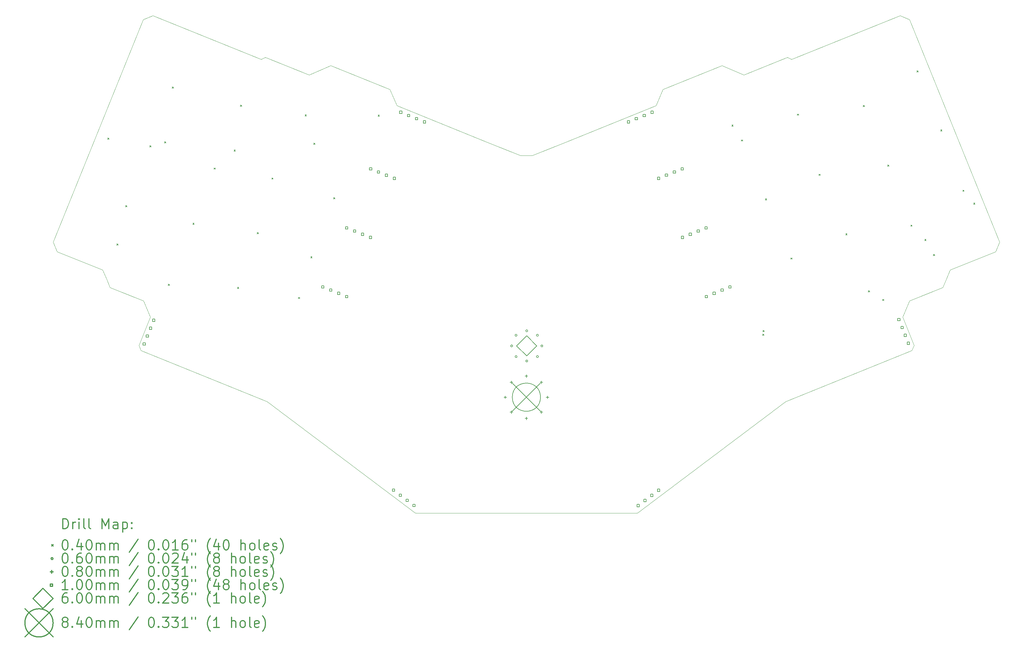
<source format=gbr>
%FSLAX45Y45*%
G04 Gerber Fmt 4.5, Leading zero omitted, Abs format (unit mm)*
G04 Created by KiCad (PCBNEW (5.1.4)-1) date 2023-10-04 20:40:30*
%MOMM*%
%LPD*%
G04 APERTURE LIST*
%ADD10C,0.050000*%
%ADD11C,0.200000*%
%ADD12C,0.300000*%
G04 APERTURE END LIST*
D10*
X-28214691Y-39220855D02*
X-26453042Y-38509102D01*
X-19653989Y-44606091D02*
X-19775556Y-44892485D01*
X-24504089Y-38260941D02*
X-24373910Y-38316199D01*
X-21147311Y-37012568D02*
X-24373910Y-38316199D01*
X-26453042Y-38509102D02*
X-25802147Y-38785391D01*
X-31110000Y-40790000D02*
X-32109337Y-41193451D01*
X-21147311Y-37012568D02*
X-20860917Y-37134135D01*
X-19775556Y-44892485D02*
X-19875020Y-45126807D01*
X-28419145Y-39702517D02*
X-31110000Y-40790000D01*
X-18300300Y-44059165D02*
X-19653989Y-44606091D01*
X-18178733Y-43772772D02*
X-20860917Y-37134135D01*
X-25802147Y-38785391D02*
X-24504089Y-38260941D01*
X-18178733Y-43772772D02*
X-18300300Y-44059165D01*
X-28214691Y-39220855D02*
X-28419145Y-39702517D01*
X-36141528Y-39702517D02*
X-33450673Y-40790000D01*
X-33450673Y-40790000D02*
X-32451337Y-41193451D01*
X-32109337Y-41193451D02*
X-32451337Y-41193451D01*
X-36345982Y-39220855D02*
X-38107631Y-38509102D01*
X-43763696Y-47009251D02*
X-40008601Y-48526408D01*
X-44906684Y-44606091D02*
X-44785117Y-44892485D01*
X-40056584Y-38260941D02*
X-40186763Y-38316199D01*
X-43413363Y-37012568D02*
X-40186763Y-38316199D01*
X-43413363Y-37012568D02*
X-43699757Y-37134135D01*
X-36345982Y-39220855D02*
X-36141528Y-39702517D01*
X-43693567Y-45527636D02*
X-43489113Y-46009299D01*
X-38107631Y-38509102D02*
X-38758527Y-38785391D01*
X-44785117Y-44892485D02*
X-44685654Y-45126807D01*
X-43489113Y-46009299D02*
X-43830005Y-46853036D01*
X-44685654Y-45126807D02*
X-43693567Y-45527636D01*
X-46381940Y-43772772D02*
X-46260373Y-44059165D01*
X-46260373Y-44059165D02*
X-44906684Y-44606091D01*
X-46381940Y-43772772D02*
X-43699757Y-37134135D01*
X-43830005Y-46853036D02*
X-43763696Y-47009251D01*
X-38758527Y-38785391D02*
X-40056584Y-38260941D01*
X-40008601Y-48526408D02*
X-35583855Y-51856426D01*
X-20730668Y-46853036D02*
X-20796977Y-47009251D01*
X-20796977Y-47009251D02*
X-24552072Y-48526408D01*
X-24552072Y-48526408D02*
X-28976818Y-51856426D01*
X-21071560Y-46009299D02*
X-20730668Y-46853036D01*
X-20867106Y-45527636D02*
X-21071560Y-46009299D01*
X-19875020Y-45126807D02*
X-20867106Y-45527636D01*
X-35583855Y-51856426D02*
X-28976818Y-51856426D01*
D11*
X-44754499Y-40665501D02*
X-44714499Y-40705501D01*
X-44714499Y-40665501D02*
X-44754499Y-40705501D01*
X-44485258Y-43824742D02*
X-44445258Y-43864742D01*
X-44445258Y-43824742D02*
X-44485258Y-43864742D01*
X-44220000Y-42680000D02*
X-44180000Y-42720000D01*
X-44180000Y-42680000D02*
X-44220000Y-42720000D01*
X-43500000Y-40895000D02*
X-43460000Y-40935000D01*
X-43460000Y-40895000D02*
X-43500000Y-40935000D01*
X-43060000Y-40775000D02*
X-43020000Y-40815000D01*
X-43020000Y-40775000D02*
X-43060000Y-40815000D01*
X-42950000Y-45025000D02*
X-42910000Y-45065000D01*
X-42910000Y-45025000D02*
X-42950000Y-45065000D01*
X-42835000Y-39145000D02*
X-42795000Y-39185000D01*
X-42795000Y-39145000D02*
X-42835000Y-39185000D01*
X-42220000Y-43204019D02*
X-42180000Y-43244019D01*
X-42180000Y-43204019D02*
X-42220000Y-43244019D01*
X-41590000Y-41560000D02*
X-41550000Y-41600000D01*
X-41550000Y-41560000D02*
X-41590000Y-41600000D01*
X-40992500Y-41022500D02*
X-40952500Y-41062500D01*
X-40952500Y-41022500D02*
X-40992500Y-41062500D01*
X-40891338Y-45122367D02*
X-40851338Y-45162367D01*
X-40851338Y-45122367D02*
X-40891338Y-45162367D01*
X-40800000Y-39685000D02*
X-40760000Y-39725000D01*
X-40760000Y-39685000D02*
X-40800000Y-39725000D01*
X-40302500Y-43487500D02*
X-40262500Y-43527500D01*
X-40262500Y-43487500D02*
X-40302500Y-43527500D01*
X-39866011Y-41856011D02*
X-39826011Y-41896011D01*
X-39826011Y-41856011D02*
X-39866011Y-41896011D01*
X-39075000Y-45420000D02*
X-39035000Y-45460000D01*
X-39035000Y-45420000D02*
X-39075000Y-45460000D01*
X-38875000Y-39970000D02*
X-38835000Y-40010000D01*
X-38835000Y-39970000D02*
X-38875000Y-40010000D01*
X-38706886Y-44206886D02*
X-38666886Y-44246886D01*
X-38666886Y-44206886D02*
X-38706886Y-44246886D01*
X-38620000Y-40820000D02*
X-38580000Y-40860000D01*
X-38580000Y-40820000D02*
X-38620000Y-40860000D01*
X-38026886Y-42446886D02*
X-37986886Y-42486886D01*
X-37986886Y-42446886D02*
X-38026886Y-42486886D01*
X-36700195Y-39978647D02*
X-36660195Y-40018647D01*
X-36660195Y-39978647D02*
X-36700195Y-40018647D01*
X-26160000Y-40275000D02*
X-26120000Y-40315000D01*
X-26120000Y-40275000D02*
X-26160000Y-40315000D01*
X-25875000Y-40720000D02*
X-25835000Y-40760000D01*
X-25835000Y-40720000D02*
X-25875000Y-40760000D01*
X-25240000Y-46515000D02*
X-25200000Y-46555000D01*
X-25200000Y-46515000D02*
X-25240000Y-46555000D01*
X-25230016Y-46405498D02*
X-25190016Y-46445498D01*
X-25190016Y-46405498D02*
X-25230016Y-46445498D01*
X-25160000Y-42475000D02*
X-25120000Y-42515000D01*
X-25120000Y-42475000D02*
X-25160000Y-42515000D01*
X-24405000Y-44242700D02*
X-24365000Y-44282700D01*
X-24365000Y-44242700D02*
X-24405000Y-44282700D01*
X-24210000Y-39950000D02*
X-24170000Y-39990000D01*
X-24170000Y-39950000D02*
X-24210000Y-39990000D01*
X-23565000Y-41745000D02*
X-23525000Y-41785000D01*
X-23525000Y-41745000D02*
X-23565000Y-41785000D01*
X-22765000Y-43520000D02*
X-22725000Y-43560000D01*
X-22725000Y-43520000D02*
X-22765000Y-43560000D01*
X-22245000Y-39695000D02*
X-22205000Y-39735000D01*
X-22205000Y-39695000D02*
X-22245000Y-39735000D01*
X-22092039Y-45222421D02*
X-22052039Y-45262421D01*
X-22052039Y-45222421D02*
X-22092039Y-45262421D01*
X-21670000Y-45480000D02*
X-21630000Y-45520000D01*
X-21630000Y-45480000D02*
X-21670000Y-45520000D01*
X-21515000Y-41470000D02*
X-21475000Y-41510000D01*
X-21475000Y-41470000D02*
X-21515000Y-41510000D01*
X-20825000Y-43260000D02*
X-20785000Y-43300000D01*
X-20785000Y-43260000D02*
X-20825000Y-43300000D01*
X-20645000Y-38660000D02*
X-20605000Y-38700000D01*
X-20605000Y-38660000D02*
X-20645000Y-38700000D01*
X-20410000Y-43690000D02*
X-20370000Y-43730000D01*
X-20370000Y-43690000D02*
X-20410000Y-43730000D01*
X-20150000Y-44135000D02*
X-20110000Y-44175000D01*
X-20110000Y-44135000D02*
X-20150000Y-44175000D01*
X-19935000Y-40420000D02*
X-19895000Y-40460000D01*
X-19895000Y-40420000D02*
X-19935000Y-40460000D01*
X-19275000Y-42220000D02*
X-19235000Y-42260000D01*
X-19235000Y-42220000D02*
X-19275000Y-42260000D01*
X-18955000Y-42605000D02*
X-18915000Y-42645000D01*
X-18915000Y-42605000D02*
X-18955000Y-42645000D01*
X-32690000Y-46870000D02*
G75*
G03X-32690000Y-46870000I-30000J0D01*
G01*
X-32558198Y-46551802D02*
G75*
G03X-32558198Y-46551802I-30000J0D01*
G01*
X-32558198Y-47188198D02*
G75*
G03X-32558198Y-47188198I-30000J0D01*
G01*
X-32240000Y-46420000D02*
G75*
G03X-32240000Y-46420000I-30000J0D01*
G01*
X-32240000Y-47320000D02*
G75*
G03X-32240000Y-47320000I-30000J0D01*
G01*
X-31921802Y-46551802D02*
G75*
G03X-31921802Y-46551802I-30000J0D01*
G01*
X-31921802Y-47188198D02*
G75*
G03X-31921802Y-47188198I-30000J0D01*
G01*
X-31790000Y-46870000D02*
G75*
G03X-31790000Y-46870000I-30000J0D01*
G01*
X-32910000Y-48360000D02*
X-32910000Y-48440000D01*
X-32950000Y-48400000D02*
X-32870000Y-48400000D01*
X-32725477Y-47914523D02*
X-32725477Y-47994523D01*
X-32765477Y-47954523D02*
X-32685477Y-47954523D01*
X-32725477Y-48805477D02*
X-32725477Y-48885477D01*
X-32765477Y-48845477D02*
X-32685477Y-48845477D01*
X-32280000Y-47730000D02*
X-32280000Y-47810000D01*
X-32320000Y-47770000D02*
X-32240000Y-47770000D01*
X-32280000Y-48990000D02*
X-32280000Y-49070000D01*
X-32320000Y-49030000D02*
X-32240000Y-49030000D01*
X-31834523Y-47914523D02*
X-31834523Y-47994523D01*
X-31874523Y-47954523D02*
X-31794523Y-47954523D01*
X-31834523Y-48805477D02*
X-31834523Y-48885477D01*
X-31874523Y-48845477D02*
X-31794523Y-48845477D01*
X-31650000Y-48360000D02*
X-31650000Y-48440000D01*
X-31690000Y-48400000D02*
X-31610000Y-48400000D01*
X-35989765Y-39935250D02*
X-35989765Y-39864539D01*
X-36060476Y-39864539D01*
X-36060476Y-39935250D01*
X-35989765Y-39935250D01*
X-35754260Y-40030400D02*
X-35754260Y-39959689D01*
X-35824972Y-39959689D01*
X-35824972Y-40030400D01*
X-35754260Y-40030400D01*
X-35518755Y-40125550D02*
X-35518755Y-40054839D01*
X-35589467Y-40054839D01*
X-35589467Y-40125550D01*
X-35518755Y-40125550D01*
X-35283251Y-40220700D02*
X-35283251Y-40149989D01*
X-35353962Y-40149989D01*
X-35353962Y-40220700D01*
X-35283251Y-40220700D01*
X-27595810Y-43668935D02*
X-27595810Y-43598224D01*
X-27666521Y-43598224D01*
X-27666521Y-43668935D01*
X-27595810Y-43668935D01*
X-27360305Y-43573785D02*
X-27360305Y-43503074D01*
X-27431016Y-43503074D01*
X-27431016Y-43573785D01*
X-27360305Y-43573785D01*
X-27124800Y-43478635D02*
X-27124800Y-43407924D01*
X-27195512Y-43407924D01*
X-27195512Y-43478635D01*
X-27124800Y-43478635D01*
X-26889295Y-43383485D02*
X-26889295Y-43312774D01*
X-26960007Y-43312774D01*
X-26960007Y-43383485D01*
X-26889295Y-43383485D01*
X-43634828Y-46847162D02*
X-43634828Y-46776451D01*
X-43705539Y-46776451D01*
X-43705539Y-46847162D01*
X-43634828Y-46847162D01*
X-43539678Y-46611658D02*
X-43539678Y-46540946D01*
X-43610389Y-46540946D01*
X-43610389Y-46611658D01*
X-43539678Y-46611658D01*
X-43444528Y-46376153D02*
X-43444528Y-46305442D01*
X-43515239Y-46305442D01*
X-43515239Y-46376153D01*
X-43444528Y-46376153D01*
X-43349378Y-46140648D02*
X-43349378Y-46069937D01*
X-43420089Y-46069937D01*
X-43420089Y-46140648D01*
X-43349378Y-46140648D01*
X-36886954Y-41621978D02*
X-36886954Y-41551267D01*
X-36957666Y-41551267D01*
X-36957666Y-41621978D01*
X-36886954Y-41621978D01*
X-36651449Y-41717128D02*
X-36651449Y-41646417D01*
X-36722161Y-41646417D01*
X-36722161Y-41717128D01*
X-36651449Y-41717128D01*
X-36415945Y-41812278D02*
X-36415945Y-41741567D01*
X-36486656Y-41741567D01*
X-36486656Y-41812278D01*
X-36415945Y-41812278D01*
X-36180440Y-41907428D02*
X-36180440Y-41836717D01*
X-36251151Y-41836717D01*
X-36251151Y-41907428D01*
X-36180440Y-41907428D01*
X-28307562Y-41907286D02*
X-28307562Y-41836574D01*
X-28378273Y-41836574D01*
X-28378273Y-41907286D01*
X-28307562Y-41907286D01*
X-28072057Y-41812136D02*
X-28072057Y-41741424D01*
X-28142769Y-41741424D01*
X-28142769Y-41812136D01*
X-28072057Y-41812136D01*
X-27836553Y-41716986D02*
X-27836553Y-41646274D01*
X-27907264Y-41646274D01*
X-27907264Y-41716986D01*
X-27836553Y-41716986D01*
X-27601048Y-41621836D02*
X-27601048Y-41551124D01*
X-27671759Y-41551124D01*
X-27671759Y-41621836D01*
X-27601048Y-41621836D01*
X-37598707Y-43383627D02*
X-37598707Y-43312916D01*
X-37669418Y-43312916D01*
X-37669418Y-43383627D01*
X-37598707Y-43383627D01*
X-37363202Y-43478778D02*
X-37363202Y-43408066D01*
X-37433913Y-43408066D01*
X-37433913Y-43478778D01*
X-37363202Y-43478778D01*
X-37127697Y-43573928D02*
X-37127697Y-43503216D01*
X-37198409Y-43503216D01*
X-37198409Y-43573928D01*
X-37127697Y-43573928D01*
X-36892193Y-43669078D02*
X-36892193Y-43598366D01*
X-36962904Y-43598366D01*
X-36962904Y-43669078D01*
X-36892193Y-43669078D01*
X-28913428Y-51668948D02*
X-28913428Y-51598237D01*
X-28984140Y-51598237D01*
X-28984140Y-51668948D01*
X-28913428Y-51668948D01*
X-28710575Y-51516087D02*
X-28710575Y-51445376D01*
X-28781286Y-51445376D01*
X-28781286Y-51516087D01*
X-28710575Y-51516087D01*
X-28507722Y-51363226D02*
X-28507722Y-51292515D01*
X-28578433Y-51292515D01*
X-28578433Y-51363226D01*
X-28507722Y-51363226D01*
X-28304868Y-51210365D02*
X-28304868Y-51139654D01*
X-28375580Y-51139654D01*
X-28375580Y-51210365D01*
X-28304868Y-51210365D01*
X-29204751Y-40220558D02*
X-29204751Y-40149846D01*
X-29275463Y-40149846D01*
X-29275463Y-40220558D01*
X-29204751Y-40220558D01*
X-28969247Y-40125408D02*
X-28969247Y-40054696D01*
X-29039958Y-40054696D01*
X-29039958Y-40125408D01*
X-28969247Y-40125408D01*
X-28733742Y-40030258D02*
X-28733742Y-39959546D01*
X-28804453Y-39959546D01*
X-28804453Y-40030258D01*
X-28733742Y-40030258D01*
X-28498237Y-39935108D02*
X-28498237Y-39864396D01*
X-28568949Y-39864396D01*
X-28568949Y-39935108D01*
X-28498237Y-39935108D01*
X-21146249Y-46119314D02*
X-21146249Y-46048603D01*
X-21216961Y-46048603D01*
X-21216961Y-46119314D01*
X-21146249Y-46119314D01*
X-21051099Y-46354819D02*
X-21051099Y-46284108D01*
X-21121811Y-46284108D01*
X-21121811Y-46354819D01*
X-21051099Y-46354819D01*
X-20955949Y-46590324D02*
X-20955949Y-46519612D01*
X-21026661Y-46519612D01*
X-21026661Y-46590324D01*
X-20955949Y-46590324D01*
X-20860799Y-46825828D02*
X-20860799Y-46755117D01*
X-20931510Y-46755117D01*
X-20931510Y-46825828D01*
X-20860799Y-46825828D01*
X-26884057Y-45430584D02*
X-26884057Y-45359873D01*
X-26954768Y-45359873D01*
X-26954768Y-45430584D01*
X-26884057Y-45430584D01*
X-26648552Y-45335434D02*
X-26648552Y-45264723D01*
X-26719264Y-45264723D01*
X-26719264Y-45335434D01*
X-26648552Y-45335434D01*
X-26413048Y-45240284D02*
X-26413048Y-45169573D01*
X-26483759Y-45169573D01*
X-26483759Y-45240284D01*
X-26413048Y-45240284D01*
X-26177543Y-45145134D02*
X-26177543Y-45074423D01*
X-26248254Y-45074423D01*
X-26248254Y-45145134D01*
X-26177543Y-45145134D01*
X-36204644Y-51205356D02*
X-36204644Y-51134644D01*
X-36275356Y-51134644D01*
X-36275356Y-51205356D01*
X-36204644Y-51205356D01*
X-36001791Y-51358217D02*
X-36001791Y-51287505D01*
X-36072502Y-51287505D01*
X-36072502Y-51358217D01*
X-36001791Y-51358217D01*
X-35798938Y-51511078D02*
X-35798938Y-51440366D01*
X-35869649Y-51440366D01*
X-35869649Y-51511078D01*
X-35798938Y-51511078D01*
X-35596084Y-51663939D02*
X-35596084Y-51593227D01*
X-35666795Y-51593227D01*
X-35666795Y-51663939D01*
X-35596084Y-51663939D01*
X-38310459Y-45145277D02*
X-38310459Y-45074565D01*
X-38381171Y-45074565D01*
X-38381171Y-45145277D01*
X-38310459Y-45145277D01*
X-38074955Y-45240427D02*
X-38074955Y-45169715D01*
X-38145666Y-45169715D01*
X-38145666Y-45240427D01*
X-38074955Y-45240427D01*
X-37839450Y-45335577D02*
X-37839450Y-45264865D01*
X-37910161Y-45264865D01*
X-37910161Y-45335577D01*
X-37839450Y-45335577D01*
X-37603945Y-45430727D02*
X-37603945Y-45360015D01*
X-37674657Y-45360015D01*
X-37674657Y-45430727D01*
X-37603945Y-45430727D01*
X-32270000Y-47170000D02*
X-31970000Y-46870000D01*
X-32270000Y-46570000D01*
X-32570000Y-46870000D01*
X-32270000Y-47170000D01*
X-32700000Y-47980000D02*
X-31860000Y-48820000D01*
X-31860000Y-47980000D02*
X-32700000Y-48820000D01*
X-31860000Y-48400000D02*
G75*
G03X-31860000Y-48400000I-420000J0D01*
G01*
D12*
X-46098011Y-52324640D02*
X-46098011Y-52024640D01*
X-46026583Y-52024640D01*
X-45983726Y-52038926D01*
X-45955154Y-52067497D01*
X-45940868Y-52096069D01*
X-45926583Y-52153212D01*
X-45926583Y-52196069D01*
X-45940868Y-52253212D01*
X-45955154Y-52281783D01*
X-45983726Y-52310354D01*
X-46026583Y-52324640D01*
X-46098011Y-52324640D01*
X-45798011Y-52324640D02*
X-45798011Y-52124640D01*
X-45798011Y-52181783D02*
X-45783726Y-52153212D01*
X-45769440Y-52138926D01*
X-45740868Y-52124640D01*
X-45712297Y-52124640D01*
X-45612297Y-52324640D02*
X-45612297Y-52124640D01*
X-45612297Y-52024640D02*
X-45626583Y-52038926D01*
X-45612297Y-52053212D01*
X-45598011Y-52038926D01*
X-45612297Y-52024640D01*
X-45612297Y-52053212D01*
X-45426583Y-52324640D02*
X-45455154Y-52310354D01*
X-45469440Y-52281783D01*
X-45469440Y-52024640D01*
X-45269440Y-52324640D02*
X-45298011Y-52310354D01*
X-45312297Y-52281783D01*
X-45312297Y-52024640D01*
X-44926583Y-52324640D02*
X-44926583Y-52024640D01*
X-44826583Y-52238926D01*
X-44726583Y-52024640D01*
X-44726583Y-52324640D01*
X-44455154Y-52324640D02*
X-44455154Y-52167497D01*
X-44469440Y-52138926D01*
X-44498011Y-52124640D01*
X-44555154Y-52124640D01*
X-44583726Y-52138926D01*
X-44455154Y-52310354D02*
X-44483726Y-52324640D01*
X-44555154Y-52324640D01*
X-44583726Y-52310354D01*
X-44598011Y-52281783D01*
X-44598011Y-52253212D01*
X-44583726Y-52224640D01*
X-44555154Y-52210354D01*
X-44483726Y-52210354D01*
X-44455154Y-52196069D01*
X-44312297Y-52124640D02*
X-44312297Y-52424640D01*
X-44312297Y-52138926D02*
X-44283726Y-52124640D01*
X-44226583Y-52124640D01*
X-44198011Y-52138926D01*
X-44183726Y-52153212D01*
X-44169440Y-52181783D01*
X-44169440Y-52267497D01*
X-44183726Y-52296069D01*
X-44198011Y-52310354D01*
X-44226583Y-52324640D01*
X-44283726Y-52324640D01*
X-44312297Y-52310354D01*
X-44040868Y-52296069D02*
X-44026583Y-52310354D01*
X-44040868Y-52324640D01*
X-44055154Y-52310354D01*
X-44040868Y-52296069D01*
X-44040868Y-52324640D01*
X-44040868Y-52138926D02*
X-44026583Y-52153212D01*
X-44040868Y-52167497D01*
X-44055154Y-52153212D01*
X-44040868Y-52138926D01*
X-44040868Y-52167497D01*
X-46424440Y-52798926D02*
X-46384440Y-52838926D01*
X-46384440Y-52798926D02*
X-46424440Y-52838926D01*
X-46040868Y-52654640D02*
X-46012297Y-52654640D01*
X-45983726Y-52668926D01*
X-45969440Y-52683212D01*
X-45955154Y-52711783D01*
X-45940868Y-52768926D01*
X-45940868Y-52840354D01*
X-45955154Y-52897497D01*
X-45969440Y-52926069D01*
X-45983726Y-52940354D01*
X-46012297Y-52954640D01*
X-46040868Y-52954640D01*
X-46069440Y-52940354D01*
X-46083726Y-52926069D01*
X-46098011Y-52897497D01*
X-46112297Y-52840354D01*
X-46112297Y-52768926D01*
X-46098011Y-52711783D01*
X-46083726Y-52683212D01*
X-46069440Y-52668926D01*
X-46040868Y-52654640D01*
X-45812297Y-52926069D02*
X-45798011Y-52940354D01*
X-45812297Y-52954640D01*
X-45826583Y-52940354D01*
X-45812297Y-52926069D01*
X-45812297Y-52954640D01*
X-45540868Y-52754640D02*
X-45540868Y-52954640D01*
X-45612297Y-52640354D02*
X-45683726Y-52854640D01*
X-45498011Y-52854640D01*
X-45326583Y-52654640D02*
X-45298011Y-52654640D01*
X-45269440Y-52668926D01*
X-45255154Y-52683212D01*
X-45240868Y-52711783D01*
X-45226583Y-52768926D01*
X-45226583Y-52840354D01*
X-45240868Y-52897497D01*
X-45255154Y-52926069D01*
X-45269440Y-52940354D01*
X-45298011Y-52954640D01*
X-45326583Y-52954640D01*
X-45355154Y-52940354D01*
X-45369440Y-52926069D01*
X-45383726Y-52897497D01*
X-45398011Y-52840354D01*
X-45398011Y-52768926D01*
X-45383726Y-52711783D01*
X-45369440Y-52683212D01*
X-45355154Y-52668926D01*
X-45326583Y-52654640D01*
X-45098011Y-52954640D02*
X-45098011Y-52754640D01*
X-45098011Y-52783212D02*
X-45083726Y-52768926D01*
X-45055154Y-52754640D01*
X-45012297Y-52754640D01*
X-44983726Y-52768926D01*
X-44969440Y-52797497D01*
X-44969440Y-52954640D01*
X-44969440Y-52797497D02*
X-44955154Y-52768926D01*
X-44926583Y-52754640D01*
X-44883726Y-52754640D01*
X-44855154Y-52768926D01*
X-44840868Y-52797497D01*
X-44840868Y-52954640D01*
X-44698011Y-52954640D02*
X-44698011Y-52754640D01*
X-44698011Y-52783212D02*
X-44683726Y-52768926D01*
X-44655154Y-52754640D01*
X-44612297Y-52754640D01*
X-44583726Y-52768926D01*
X-44569440Y-52797497D01*
X-44569440Y-52954640D01*
X-44569440Y-52797497D02*
X-44555154Y-52768926D01*
X-44526583Y-52754640D01*
X-44483726Y-52754640D01*
X-44455154Y-52768926D01*
X-44440868Y-52797497D01*
X-44440868Y-52954640D01*
X-43855154Y-52640354D02*
X-44112297Y-53026069D01*
X-43469440Y-52654640D02*
X-43440868Y-52654640D01*
X-43412297Y-52668926D01*
X-43398011Y-52683212D01*
X-43383726Y-52711783D01*
X-43369440Y-52768926D01*
X-43369440Y-52840354D01*
X-43383726Y-52897497D01*
X-43398011Y-52926069D01*
X-43412297Y-52940354D01*
X-43440868Y-52954640D01*
X-43469440Y-52954640D01*
X-43498011Y-52940354D01*
X-43512297Y-52926069D01*
X-43526583Y-52897497D01*
X-43540868Y-52840354D01*
X-43540868Y-52768926D01*
X-43526583Y-52711783D01*
X-43512297Y-52683212D01*
X-43498011Y-52668926D01*
X-43469440Y-52654640D01*
X-43240868Y-52926069D02*
X-43226583Y-52940354D01*
X-43240868Y-52954640D01*
X-43255154Y-52940354D01*
X-43240868Y-52926069D01*
X-43240868Y-52954640D01*
X-43040868Y-52654640D02*
X-43012297Y-52654640D01*
X-42983726Y-52668926D01*
X-42969440Y-52683212D01*
X-42955154Y-52711783D01*
X-42940868Y-52768926D01*
X-42940868Y-52840354D01*
X-42955154Y-52897497D01*
X-42969440Y-52926069D01*
X-42983726Y-52940354D01*
X-43012297Y-52954640D01*
X-43040868Y-52954640D01*
X-43069440Y-52940354D01*
X-43083726Y-52926069D01*
X-43098011Y-52897497D01*
X-43112297Y-52840354D01*
X-43112297Y-52768926D01*
X-43098011Y-52711783D01*
X-43083726Y-52683212D01*
X-43069440Y-52668926D01*
X-43040868Y-52654640D01*
X-42655154Y-52954640D02*
X-42826583Y-52954640D01*
X-42740868Y-52954640D02*
X-42740868Y-52654640D01*
X-42769440Y-52697497D01*
X-42798011Y-52726069D01*
X-42826583Y-52740354D01*
X-42398011Y-52654640D02*
X-42455154Y-52654640D01*
X-42483726Y-52668926D01*
X-42498011Y-52683212D01*
X-42526583Y-52726069D01*
X-42540868Y-52783212D01*
X-42540868Y-52897497D01*
X-42526583Y-52926069D01*
X-42512297Y-52940354D01*
X-42483726Y-52954640D01*
X-42426583Y-52954640D01*
X-42398011Y-52940354D01*
X-42383726Y-52926069D01*
X-42369440Y-52897497D01*
X-42369440Y-52826069D01*
X-42383726Y-52797497D01*
X-42398011Y-52783212D01*
X-42426583Y-52768926D01*
X-42483726Y-52768926D01*
X-42512297Y-52783212D01*
X-42526583Y-52797497D01*
X-42540868Y-52826069D01*
X-42255154Y-52654640D02*
X-42255154Y-52711783D01*
X-42140868Y-52654640D02*
X-42140868Y-52711783D01*
X-41698011Y-53068926D02*
X-41712297Y-53054640D01*
X-41740868Y-53011783D01*
X-41755154Y-52983212D01*
X-41769440Y-52940354D01*
X-41783726Y-52868926D01*
X-41783726Y-52811783D01*
X-41769440Y-52740354D01*
X-41755154Y-52697497D01*
X-41740868Y-52668926D01*
X-41712297Y-52626069D01*
X-41698011Y-52611783D01*
X-41455154Y-52754640D02*
X-41455154Y-52954640D01*
X-41526583Y-52640354D02*
X-41598011Y-52854640D01*
X-41412297Y-52854640D01*
X-41240868Y-52654640D02*
X-41212297Y-52654640D01*
X-41183726Y-52668926D01*
X-41169440Y-52683212D01*
X-41155154Y-52711783D01*
X-41140868Y-52768926D01*
X-41140868Y-52840354D01*
X-41155154Y-52897497D01*
X-41169440Y-52926069D01*
X-41183726Y-52940354D01*
X-41212297Y-52954640D01*
X-41240868Y-52954640D01*
X-41269440Y-52940354D01*
X-41283726Y-52926069D01*
X-41298011Y-52897497D01*
X-41312297Y-52840354D01*
X-41312297Y-52768926D01*
X-41298011Y-52711783D01*
X-41283726Y-52683212D01*
X-41269440Y-52668926D01*
X-41240868Y-52654640D01*
X-40783726Y-52954640D02*
X-40783726Y-52654640D01*
X-40655154Y-52954640D02*
X-40655154Y-52797497D01*
X-40669440Y-52768926D01*
X-40698011Y-52754640D01*
X-40740868Y-52754640D01*
X-40769440Y-52768926D01*
X-40783726Y-52783212D01*
X-40469440Y-52954640D02*
X-40498011Y-52940354D01*
X-40512297Y-52926069D01*
X-40526583Y-52897497D01*
X-40526583Y-52811783D01*
X-40512297Y-52783212D01*
X-40498011Y-52768926D01*
X-40469440Y-52754640D01*
X-40426583Y-52754640D01*
X-40398011Y-52768926D01*
X-40383726Y-52783212D01*
X-40369440Y-52811783D01*
X-40369440Y-52897497D01*
X-40383726Y-52926069D01*
X-40398011Y-52940354D01*
X-40426583Y-52954640D01*
X-40469440Y-52954640D01*
X-40198011Y-52954640D02*
X-40226583Y-52940354D01*
X-40240868Y-52911783D01*
X-40240868Y-52654640D01*
X-39969440Y-52940354D02*
X-39998011Y-52954640D01*
X-40055154Y-52954640D01*
X-40083726Y-52940354D01*
X-40098011Y-52911783D01*
X-40098011Y-52797497D01*
X-40083726Y-52768926D01*
X-40055154Y-52754640D01*
X-39998011Y-52754640D01*
X-39969440Y-52768926D01*
X-39955154Y-52797497D01*
X-39955154Y-52826069D01*
X-40098011Y-52854640D01*
X-39840868Y-52940354D02*
X-39812297Y-52954640D01*
X-39755154Y-52954640D01*
X-39726583Y-52940354D01*
X-39712297Y-52911783D01*
X-39712297Y-52897497D01*
X-39726583Y-52868926D01*
X-39755154Y-52854640D01*
X-39798011Y-52854640D01*
X-39826583Y-52840354D01*
X-39840868Y-52811783D01*
X-39840868Y-52797497D01*
X-39826583Y-52768926D01*
X-39798011Y-52754640D01*
X-39755154Y-52754640D01*
X-39726583Y-52768926D01*
X-39612297Y-53068926D02*
X-39598011Y-53054640D01*
X-39569440Y-53011783D01*
X-39555154Y-52983212D01*
X-39540868Y-52940354D01*
X-39526583Y-52868926D01*
X-39526583Y-52811783D01*
X-39540868Y-52740354D01*
X-39555154Y-52697497D01*
X-39569440Y-52668926D01*
X-39598011Y-52626069D01*
X-39612297Y-52611783D01*
X-46384440Y-53214926D02*
G75*
G03X-46384440Y-53214926I-30000J0D01*
G01*
X-46040868Y-53050640D02*
X-46012297Y-53050640D01*
X-45983726Y-53064926D01*
X-45969440Y-53079212D01*
X-45955154Y-53107783D01*
X-45940868Y-53164926D01*
X-45940868Y-53236354D01*
X-45955154Y-53293497D01*
X-45969440Y-53322069D01*
X-45983726Y-53336354D01*
X-46012297Y-53350640D01*
X-46040868Y-53350640D01*
X-46069440Y-53336354D01*
X-46083726Y-53322069D01*
X-46098011Y-53293497D01*
X-46112297Y-53236354D01*
X-46112297Y-53164926D01*
X-46098011Y-53107783D01*
X-46083726Y-53079212D01*
X-46069440Y-53064926D01*
X-46040868Y-53050640D01*
X-45812297Y-53322069D02*
X-45798011Y-53336354D01*
X-45812297Y-53350640D01*
X-45826583Y-53336354D01*
X-45812297Y-53322069D01*
X-45812297Y-53350640D01*
X-45540868Y-53050640D02*
X-45598011Y-53050640D01*
X-45626583Y-53064926D01*
X-45640868Y-53079212D01*
X-45669440Y-53122069D01*
X-45683726Y-53179212D01*
X-45683726Y-53293497D01*
X-45669440Y-53322069D01*
X-45655154Y-53336354D01*
X-45626583Y-53350640D01*
X-45569440Y-53350640D01*
X-45540868Y-53336354D01*
X-45526583Y-53322069D01*
X-45512297Y-53293497D01*
X-45512297Y-53222069D01*
X-45526583Y-53193497D01*
X-45540868Y-53179212D01*
X-45569440Y-53164926D01*
X-45626583Y-53164926D01*
X-45655154Y-53179212D01*
X-45669440Y-53193497D01*
X-45683726Y-53222069D01*
X-45326583Y-53050640D02*
X-45298011Y-53050640D01*
X-45269440Y-53064926D01*
X-45255154Y-53079212D01*
X-45240868Y-53107783D01*
X-45226583Y-53164926D01*
X-45226583Y-53236354D01*
X-45240868Y-53293497D01*
X-45255154Y-53322069D01*
X-45269440Y-53336354D01*
X-45298011Y-53350640D01*
X-45326583Y-53350640D01*
X-45355154Y-53336354D01*
X-45369440Y-53322069D01*
X-45383726Y-53293497D01*
X-45398011Y-53236354D01*
X-45398011Y-53164926D01*
X-45383726Y-53107783D01*
X-45369440Y-53079212D01*
X-45355154Y-53064926D01*
X-45326583Y-53050640D01*
X-45098011Y-53350640D02*
X-45098011Y-53150640D01*
X-45098011Y-53179212D02*
X-45083726Y-53164926D01*
X-45055154Y-53150640D01*
X-45012297Y-53150640D01*
X-44983726Y-53164926D01*
X-44969440Y-53193497D01*
X-44969440Y-53350640D01*
X-44969440Y-53193497D02*
X-44955154Y-53164926D01*
X-44926583Y-53150640D01*
X-44883726Y-53150640D01*
X-44855154Y-53164926D01*
X-44840868Y-53193497D01*
X-44840868Y-53350640D01*
X-44698011Y-53350640D02*
X-44698011Y-53150640D01*
X-44698011Y-53179212D02*
X-44683726Y-53164926D01*
X-44655154Y-53150640D01*
X-44612297Y-53150640D01*
X-44583726Y-53164926D01*
X-44569440Y-53193497D01*
X-44569440Y-53350640D01*
X-44569440Y-53193497D02*
X-44555154Y-53164926D01*
X-44526583Y-53150640D01*
X-44483726Y-53150640D01*
X-44455154Y-53164926D01*
X-44440868Y-53193497D01*
X-44440868Y-53350640D01*
X-43855154Y-53036354D02*
X-44112297Y-53422069D01*
X-43469440Y-53050640D02*
X-43440868Y-53050640D01*
X-43412297Y-53064926D01*
X-43398011Y-53079212D01*
X-43383726Y-53107783D01*
X-43369440Y-53164926D01*
X-43369440Y-53236354D01*
X-43383726Y-53293497D01*
X-43398011Y-53322069D01*
X-43412297Y-53336354D01*
X-43440868Y-53350640D01*
X-43469440Y-53350640D01*
X-43498011Y-53336354D01*
X-43512297Y-53322069D01*
X-43526583Y-53293497D01*
X-43540868Y-53236354D01*
X-43540868Y-53164926D01*
X-43526583Y-53107783D01*
X-43512297Y-53079212D01*
X-43498011Y-53064926D01*
X-43469440Y-53050640D01*
X-43240868Y-53322069D02*
X-43226583Y-53336354D01*
X-43240868Y-53350640D01*
X-43255154Y-53336354D01*
X-43240868Y-53322069D01*
X-43240868Y-53350640D01*
X-43040868Y-53050640D02*
X-43012297Y-53050640D01*
X-42983726Y-53064926D01*
X-42969440Y-53079212D01*
X-42955154Y-53107783D01*
X-42940868Y-53164926D01*
X-42940868Y-53236354D01*
X-42955154Y-53293497D01*
X-42969440Y-53322069D01*
X-42983726Y-53336354D01*
X-43012297Y-53350640D01*
X-43040868Y-53350640D01*
X-43069440Y-53336354D01*
X-43083726Y-53322069D01*
X-43098011Y-53293497D01*
X-43112297Y-53236354D01*
X-43112297Y-53164926D01*
X-43098011Y-53107783D01*
X-43083726Y-53079212D01*
X-43069440Y-53064926D01*
X-43040868Y-53050640D01*
X-42826583Y-53079212D02*
X-42812297Y-53064926D01*
X-42783726Y-53050640D01*
X-42712297Y-53050640D01*
X-42683726Y-53064926D01*
X-42669440Y-53079212D01*
X-42655154Y-53107783D01*
X-42655154Y-53136354D01*
X-42669440Y-53179212D01*
X-42840868Y-53350640D01*
X-42655154Y-53350640D01*
X-42398011Y-53150640D02*
X-42398011Y-53350640D01*
X-42469440Y-53036354D02*
X-42540868Y-53250640D01*
X-42355154Y-53250640D01*
X-42255154Y-53050640D02*
X-42255154Y-53107783D01*
X-42140868Y-53050640D02*
X-42140868Y-53107783D01*
X-41698011Y-53464926D02*
X-41712297Y-53450640D01*
X-41740868Y-53407783D01*
X-41755154Y-53379212D01*
X-41769440Y-53336354D01*
X-41783726Y-53264926D01*
X-41783726Y-53207783D01*
X-41769440Y-53136354D01*
X-41755154Y-53093497D01*
X-41740868Y-53064926D01*
X-41712297Y-53022069D01*
X-41698011Y-53007783D01*
X-41540868Y-53179212D02*
X-41569440Y-53164926D01*
X-41583726Y-53150640D01*
X-41598011Y-53122069D01*
X-41598011Y-53107783D01*
X-41583726Y-53079212D01*
X-41569440Y-53064926D01*
X-41540868Y-53050640D01*
X-41483726Y-53050640D01*
X-41455154Y-53064926D01*
X-41440868Y-53079212D01*
X-41426583Y-53107783D01*
X-41426583Y-53122069D01*
X-41440868Y-53150640D01*
X-41455154Y-53164926D01*
X-41483726Y-53179212D01*
X-41540868Y-53179212D01*
X-41569440Y-53193497D01*
X-41583726Y-53207783D01*
X-41598011Y-53236354D01*
X-41598011Y-53293497D01*
X-41583726Y-53322069D01*
X-41569440Y-53336354D01*
X-41540868Y-53350640D01*
X-41483726Y-53350640D01*
X-41455154Y-53336354D01*
X-41440868Y-53322069D01*
X-41426583Y-53293497D01*
X-41426583Y-53236354D01*
X-41440868Y-53207783D01*
X-41455154Y-53193497D01*
X-41483726Y-53179212D01*
X-41069440Y-53350640D02*
X-41069440Y-53050640D01*
X-40940868Y-53350640D02*
X-40940868Y-53193497D01*
X-40955154Y-53164926D01*
X-40983726Y-53150640D01*
X-41026583Y-53150640D01*
X-41055154Y-53164926D01*
X-41069440Y-53179212D01*
X-40755154Y-53350640D02*
X-40783726Y-53336354D01*
X-40798011Y-53322069D01*
X-40812297Y-53293497D01*
X-40812297Y-53207783D01*
X-40798011Y-53179212D01*
X-40783726Y-53164926D01*
X-40755154Y-53150640D01*
X-40712297Y-53150640D01*
X-40683726Y-53164926D01*
X-40669440Y-53179212D01*
X-40655154Y-53207783D01*
X-40655154Y-53293497D01*
X-40669440Y-53322069D01*
X-40683726Y-53336354D01*
X-40712297Y-53350640D01*
X-40755154Y-53350640D01*
X-40483726Y-53350640D02*
X-40512297Y-53336354D01*
X-40526583Y-53307783D01*
X-40526583Y-53050640D01*
X-40255154Y-53336354D02*
X-40283726Y-53350640D01*
X-40340868Y-53350640D01*
X-40369440Y-53336354D01*
X-40383726Y-53307783D01*
X-40383726Y-53193497D01*
X-40369440Y-53164926D01*
X-40340868Y-53150640D01*
X-40283726Y-53150640D01*
X-40255154Y-53164926D01*
X-40240868Y-53193497D01*
X-40240868Y-53222069D01*
X-40383726Y-53250640D01*
X-40126583Y-53336354D02*
X-40098011Y-53350640D01*
X-40040868Y-53350640D01*
X-40012297Y-53336354D01*
X-39998011Y-53307783D01*
X-39998011Y-53293497D01*
X-40012297Y-53264926D01*
X-40040868Y-53250640D01*
X-40083726Y-53250640D01*
X-40112297Y-53236354D01*
X-40126583Y-53207783D01*
X-40126583Y-53193497D01*
X-40112297Y-53164926D01*
X-40083726Y-53150640D01*
X-40040868Y-53150640D01*
X-40012297Y-53164926D01*
X-39898011Y-53464926D02*
X-39883726Y-53450640D01*
X-39855154Y-53407783D01*
X-39840868Y-53379212D01*
X-39826583Y-53336354D01*
X-39812297Y-53264926D01*
X-39812297Y-53207783D01*
X-39826583Y-53136354D01*
X-39840868Y-53093497D01*
X-39855154Y-53064926D01*
X-39883726Y-53022069D01*
X-39898011Y-53007783D01*
X-46424440Y-53570926D02*
X-46424440Y-53650926D01*
X-46464440Y-53610926D02*
X-46384440Y-53610926D01*
X-46040868Y-53446640D02*
X-46012297Y-53446640D01*
X-45983726Y-53460926D01*
X-45969440Y-53475212D01*
X-45955154Y-53503783D01*
X-45940868Y-53560926D01*
X-45940868Y-53632354D01*
X-45955154Y-53689497D01*
X-45969440Y-53718069D01*
X-45983726Y-53732354D01*
X-46012297Y-53746640D01*
X-46040868Y-53746640D01*
X-46069440Y-53732354D01*
X-46083726Y-53718069D01*
X-46098011Y-53689497D01*
X-46112297Y-53632354D01*
X-46112297Y-53560926D01*
X-46098011Y-53503783D01*
X-46083726Y-53475212D01*
X-46069440Y-53460926D01*
X-46040868Y-53446640D01*
X-45812297Y-53718069D02*
X-45798011Y-53732354D01*
X-45812297Y-53746640D01*
X-45826583Y-53732354D01*
X-45812297Y-53718069D01*
X-45812297Y-53746640D01*
X-45626583Y-53575212D02*
X-45655154Y-53560926D01*
X-45669440Y-53546640D01*
X-45683726Y-53518069D01*
X-45683726Y-53503783D01*
X-45669440Y-53475212D01*
X-45655154Y-53460926D01*
X-45626583Y-53446640D01*
X-45569440Y-53446640D01*
X-45540868Y-53460926D01*
X-45526583Y-53475212D01*
X-45512297Y-53503783D01*
X-45512297Y-53518069D01*
X-45526583Y-53546640D01*
X-45540868Y-53560926D01*
X-45569440Y-53575212D01*
X-45626583Y-53575212D01*
X-45655154Y-53589497D01*
X-45669440Y-53603783D01*
X-45683726Y-53632354D01*
X-45683726Y-53689497D01*
X-45669440Y-53718069D01*
X-45655154Y-53732354D01*
X-45626583Y-53746640D01*
X-45569440Y-53746640D01*
X-45540868Y-53732354D01*
X-45526583Y-53718069D01*
X-45512297Y-53689497D01*
X-45512297Y-53632354D01*
X-45526583Y-53603783D01*
X-45540868Y-53589497D01*
X-45569440Y-53575212D01*
X-45326583Y-53446640D02*
X-45298011Y-53446640D01*
X-45269440Y-53460926D01*
X-45255154Y-53475212D01*
X-45240868Y-53503783D01*
X-45226583Y-53560926D01*
X-45226583Y-53632354D01*
X-45240868Y-53689497D01*
X-45255154Y-53718069D01*
X-45269440Y-53732354D01*
X-45298011Y-53746640D01*
X-45326583Y-53746640D01*
X-45355154Y-53732354D01*
X-45369440Y-53718069D01*
X-45383726Y-53689497D01*
X-45398011Y-53632354D01*
X-45398011Y-53560926D01*
X-45383726Y-53503783D01*
X-45369440Y-53475212D01*
X-45355154Y-53460926D01*
X-45326583Y-53446640D01*
X-45098011Y-53746640D02*
X-45098011Y-53546640D01*
X-45098011Y-53575212D02*
X-45083726Y-53560926D01*
X-45055154Y-53546640D01*
X-45012297Y-53546640D01*
X-44983726Y-53560926D01*
X-44969440Y-53589497D01*
X-44969440Y-53746640D01*
X-44969440Y-53589497D02*
X-44955154Y-53560926D01*
X-44926583Y-53546640D01*
X-44883726Y-53546640D01*
X-44855154Y-53560926D01*
X-44840868Y-53589497D01*
X-44840868Y-53746640D01*
X-44698011Y-53746640D02*
X-44698011Y-53546640D01*
X-44698011Y-53575212D02*
X-44683726Y-53560926D01*
X-44655154Y-53546640D01*
X-44612297Y-53546640D01*
X-44583726Y-53560926D01*
X-44569440Y-53589497D01*
X-44569440Y-53746640D01*
X-44569440Y-53589497D02*
X-44555154Y-53560926D01*
X-44526583Y-53546640D01*
X-44483726Y-53546640D01*
X-44455154Y-53560926D01*
X-44440868Y-53589497D01*
X-44440868Y-53746640D01*
X-43855154Y-53432354D02*
X-44112297Y-53818069D01*
X-43469440Y-53446640D02*
X-43440868Y-53446640D01*
X-43412297Y-53460926D01*
X-43398011Y-53475212D01*
X-43383726Y-53503783D01*
X-43369440Y-53560926D01*
X-43369440Y-53632354D01*
X-43383726Y-53689497D01*
X-43398011Y-53718069D01*
X-43412297Y-53732354D01*
X-43440868Y-53746640D01*
X-43469440Y-53746640D01*
X-43498011Y-53732354D01*
X-43512297Y-53718069D01*
X-43526583Y-53689497D01*
X-43540868Y-53632354D01*
X-43540868Y-53560926D01*
X-43526583Y-53503783D01*
X-43512297Y-53475212D01*
X-43498011Y-53460926D01*
X-43469440Y-53446640D01*
X-43240868Y-53718069D02*
X-43226583Y-53732354D01*
X-43240868Y-53746640D01*
X-43255154Y-53732354D01*
X-43240868Y-53718069D01*
X-43240868Y-53746640D01*
X-43040868Y-53446640D02*
X-43012297Y-53446640D01*
X-42983726Y-53460926D01*
X-42969440Y-53475212D01*
X-42955154Y-53503783D01*
X-42940868Y-53560926D01*
X-42940868Y-53632354D01*
X-42955154Y-53689497D01*
X-42969440Y-53718069D01*
X-42983726Y-53732354D01*
X-43012297Y-53746640D01*
X-43040868Y-53746640D01*
X-43069440Y-53732354D01*
X-43083726Y-53718069D01*
X-43098011Y-53689497D01*
X-43112297Y-53632354D01*
X-43112297Y-53560926D01*
X-43098011Y-53503783D01*
X-43083726Y-53475212D01*
X-43069440Y-53460926D01*
X-43040868Y-53446640D01*
X-42840868Y-53446640D02*
X-42655154Y-53446640D01*
X-42755154Y-53560926D01*
X-42712297Y-53560926D01*
X-42683726Y-53575212D01*
X-42669440Y-53589497D01*
X-42655154Y-53618069D01*
X-42655154Y-53689497D01*
X-42669440Y-53718069D01*
X-42683726Y-53732354D01*
X-42712297Y-53746640D01*
X-42798011Y-53746640D01*
X-42826583Y-53732354D01*
X-42840868Y-53718069D01*
X-42369440Y-53746640D02*
X-42540868Y-53746640D01*
X-42455154Y-53746640D02*
X-42455154Y-53446640D01*
X-42483726Y-53489497D01*
X-42512297Y-53518069D01*
X-42540868Y-53532354D01*
X-42255154Y-53446640D02*
X-42255154Y-53503783D01*
X-42140868Y-53446640D02*
X-42140868Y-53503783D01*
X-41698011Y-53860926D02*
X-41712297Y-53846640D01*
X-41740868Y-53803783D01*
X-41755154Y-53775212D01*
X-41769440Y-53732354D01*
X-41783726Y-53660926D01*
X-41783726Y-53603783D01*
X-41769440Y-53532354D01*
X-41755154Y-53489497D01*
X-41740868Y-53460926D01*
X-41712297Y-53418069D01*
X-41698011Y-53403783D01*
X-41540868Y-53575212D02*
X-41569440Y-53560926D01*
X-41583726Y-53546640D01*
X-41598011Y-53518069D01*
X-41598011Y-53503783D01*
X-41583726Y-53475212D01*
X-41569440Y-53460926D01*
X-41540868Y-53446640D01*
X-41483726Y-53446640D01*
X-41455154Y-53460926D01*
X-41440868Y-53475212D01*
X-41426583Y-53503783D01*
X-41426583Y-53518069D01*
X-41440868Y-53546640D01*
X-41455154Y-53560926D01*
X-41483726Y-53575212D01*
X-41540868Y-53575212D01*
X-41569440Y-53589497D01*
X-41583726Y-53603783D01*
X-41598011Y-53632354D01*
X-41598011Y-53689497D01*
X-41583726Y-53718069D01*
X-41569440Y-53732354D01*
X-41540868Y-53746640D01*
X-41483726Y-53746640D01*
X-41455154Y-53732354D01*
X-41440868Y-53718069D01*
X-41426583Y-53689497D01*
X-41426583Y-53632354D01*
X-41440868Y-53603783D01*
X-41455154Y-53589497D01*
X-41483726Y-53575212D01*
X-41069440Y-53746640D02*
X-41069440Y-53446640D01*
X-40940868Y-53746640D02*
X-40940868Y-53589497D01*
X-40955154Y-53560926D01*
X-40983726Y-53546640D01*
X-41026583Y-53546640D01*
X-41055154Y-53560926D01*
X-41069440Y-53575212D01*
X-40755154Y-53746640D02*
X-40783726Y-53732354D01*
X-40798011Y-53718069D01*
X-40812297Y-53689497D01*
X-40812297Y-53603783D01*
X-40798011Y-53575212D01*
X-40783726Y-53560926D01*
X-40755154Y-53546640D01*
X-40712297Y-53546640D01*
X-40683726Y-53560926D01*
X-40669440Y-53575212D01*
X-40655154Y-53603783D01*
X-40655154Y-53689497D01*
X-40669440Y-53718069D01*
X-40683726Y-53732354D01*
X-40712297Y-53746640D01*
X-40755154Y-53746640D01*
X-40483726Y-53746640D02*
X-40512297Y-53732354D01*
X-40526583Y-53703783D01*
X-40526583Y-53446640D01*
X-40255154Y-53732354D02*
X-40283726Y-53746640D01*
X-40340868Y-53746640D01*
X-40369440Y-53732354D01*
X-40383726Y-53703783D01*
X-40383726Y-53589497D01*
X-40369440Y-53560926D01*
X-40340868Y-53546640D01*
X-40283726Y-53546640D01*
X-40255154Y-53560926D01*
X-40240868Y-53589497D01*
X-40240868Y-53618069D01*
X-40383726Y-53646640D01*
X-40126583Y-53732354D02*
X-40098011Y-53746640D01*
X-40040868Y-53746640D01*
X-40012297Y-53732354D01*
X-39998011Y-53703783D01*
X-39998011Y-53689497D01*
X-40012297Y-53660926D01*
X-40040868Y-53646640D01*
X-40083726Y-53646640D01*
X-40112297Y-53632354D01*
X-40126583Y-53603783D01*
X-40126583Y-53589497D01*
X-40112297Y-53560926D01*
X-40083726Y-53546640D01*
X-40040868Y-53546640D01*
X-40012297Y-53560926D01*
X-39898011Y-53860926D02*
X-39883726Y-53846640D01*
X-39855154Y-53803783D01*
X-39840868Y-53775212D01*
X-39826583Y-53732354D01*
X-39812297Y-53660926D01*
X-39812297Y-53603783D01*
X-39826583Y-53532354D01*
X-39840868Y-53489497D01*
X-39855154Y-53460926D01*
X-39883726Y-53418069D01*
X-39898011Y-53403783D01*
X-46399084Y-54042282D02*
X-46399084Y-53971570D01*
X-46469796Y-53971570D01*
X-46469796Y-54042282D01*
X-46399084Y-54042282D01*
X-45940868Y-54142640D02*
X-46112297Y-54142640D01*
X-46026583Y-54142640D02*
X-46026583Y-53842640D01*
X-46055154Y-53885497D01*
X-46083726Y-53914069D01*
X-46112297Y-53928354D01*
X-45812297Y-54114069D02*
X-45798011Y-54128354D01*
X-45812297Y-54142640D01*
X-45826583Y-54128354D01*
X-45812297Y-54114069D01*
X-45812297Y-54142640D01*
X-45612297Y-53842640D02*
X-45583726Y-53842640D01*
X-45555154Y-53856926D01*
X-45540868Y-53871212D01*
X-45526583Y-53899783D01*
X-45512297Y-53956926D01*
X-45512297Y-54028354D01*
X-45526583Y-54085497D01*
X-45540868Y-54114069D01*
X-45555154Y-54128354D01*
X-45583726Y-54142640D01*
X-45612297Y-54142640D01*
X-45640868Y-54128354D01*
X-45655154Y-54114069D01*
X-45669440Y-54085497D01*
X-45683726Y-54028354D01*
X-45683726Y-53956926D01*
X-45669440Y-53899783D01*
X-45655154Y-53871212D01*
X-45640868Y-53856926D01*
X-45612297Y-53842640D01*
X-45326583Y-53842640D02*
X-45298011Y-53842640D01*
X-45269440Y-53856926D01*
X-45255154Y-53871212D01*
X-45240868Y-53899783D01*
X-45226583Y-53956926D01*
X-45226583Y-54028354D01*
X-45240868Y-54085497D01*
X-45255154Y-54114069D01*
X-45269440Y-54128354D01*
X-45298011Y-54142640D01*
X-45326583Y-54142640D01*
X-45355154Y-54128354D01*
X-45369440Y-54114069D01*
X-45383726Y-54085497D01*
X-45398011Y-54028354D01*
X-45398011Y-53956926D01*
X-45383726Y-53899783D01*
X-45369440Y-53871212D01*
X-45355154Y-53856926D01*
X-45326583Y-53842640D01*
X-45098011Y-54142640D02*
X-45098011Y-53942640D01*
X-45098011Y-53971212D02*
X-45083726Y-53956926D01*
X-45055154Y-53942640D01*
X-45012297Y-53942640D01*
X-44983726Y-53956926D01*
X-44969440Y-53985497D01*
X-44969440Y-54142640D01*
X-44969440Y-53985497D02*
X-44955154Y-53956926D01*
X-44926583Y-53942640D01*
X-44883726Y-53942640D01*
X-44855154Y-53956926D01*
X-44840868Y-53985497D01*
X-44840868Y-54142640D01*
X-44698011Y-54142640D02*
X-44698011Y-53942640D01*
X-44698011Y-53971212D02*
X-44683726Y-53956926D01*
X-44655154Y-53942640D01*
X-44612297Y-53942640D01*
X-44583726Y-53956926D01*
X-44569440Y-53985497D01*
X-44569440Y-54142640D01*
X-44569440Y-53985497D02*
X-44555154Y-53956926D01*
X-44526583Y-53942640D01*
X-44483726Y-53942640D01*
X-44455154Y-53956926D01*
X-44440868Y-53985497D01*
X-44440868Y-54142640D01*
X-43855154Y-53828354D02*
X-44112297Y-54214069D01*
X-43469440Y-53842640D02*
X-43440868Y-53842640D01*
X-43412297Y-53856926D01*
X-43398011Y-53871212D01*
X-43383726Y-53899783D01*
X-43369440Y-53956926D01*
X-43369440Y-54028354D01*
X-43383726Y-54085497D01*
X-43398011Y-54114069D01*
X-43412297Y-54128354D01*
X-43440868Y-54142640D01*
X-43469440Y-54142640D01*
X-43498011Y-54128354D01*
X-43512297Y-54114069D01*
X-43526583Y-54085497D01*
X-43540868Y-54028354D01*
X-43540868Y-53956926D01*
X-43526583Y-53899783D01*
X-43512297Y-53871212D01*
X-43498011Y-53856926D01*
X-43469440Y-53842640D01*
X-43240868Y-54114069D02*
X-43226583Y-54128354D01*
X-43240868Y-54142640D01*
X-43255154Y-54128354D01*
X-43240868Y-54114069D01*
X-43240868Y-54142640D01*
X-43040868Y-53842640D02*
X-43012297Y-53842640D01*
X-42983726Y-53856926D01*
X-42969440Y-53871212D01*
X-42955154Y-53899783D01*
X-42940868Y-53956926D01*
X-42940868Y-54028354D01*
X-42955154Y-54085497D01*
X-42969440Y-54114069D01*
X-42983726Y-54128354D01*
X-43012297Y-54142640D01*
X-43040868Y-54142640D01*
X-43069440Y-54128354D01*
X-43083726Y-54114069D01*
X-43098011Y-54085497D01*
X-43112297Y-54028354D01*
X-43112297Y-53956926D01*
X-43098011Y-53899783D01*
X-43083726Y-53871212D01*
X-43069440Y-53856926D01*
X-43040868Y-53842640D01*
X-42840868Y-53842640D02*
X-42655154Y-53842640D01*
X-42755154Y-53956926D01*
X-42712297Y-53956926D01*
X-42683726Y-53971212D01*
X-42669440Y-53985497D01*
X-42655154Y-54014069D01*
X-42655154Y-54085497D01*
X-42669440Y-54114069D01*
X-42683726Y-54128354D01*
X-42712297Y-54142640D01*
X-42798011Y-54142640D01*
X-42826583Y-54128354D01*
X-42840868Y-54114069D01*
X-42512297Y-54142640D02*
X-42455154Y-54142640D01*
X-42426583Y-54128354D01*
X-42412297Y-54114069D01*
X-42383726Y-54071212D01*
X-42369440Y-54014069D01*
X-42369440Y-53899783D01*
X-42383726Y-53871212D01*
X-42398011Y-53856926D01*
X-42426583Y-53842640D01*
X-42483726Y-53842640D01*
X-42512297Y-53856926D01*
X-42526583Y-53871212D01*
X-42540868Y-53899783D01*
X-42540868Y-53971212D01*
X-42526583Y-53999783D01*
X-42512297Y-54014069D01*
X-42483726Y-54028354D01*
X-42426583Y-54028354D01*
X-42398011Y-54014069D01*
X-42383726Y-53999783D01*
X-42369440Y-53971212D01*
X-42255154Y-53842640D02*
X-42255154Y-53899783D01*
X-42140868Y-53842640D02*
X-42140868Y-53899783D01*
X-41698011Y-54256926D02*
X-41712297Y-54242640D01*
X-41740868Y-54199783D01*
X-41755154Y-54171212D01*
X-41769440Y-54128354D01*
X-41783726Y-54056926D01*
X-41783726Y-53999783D01*
X-41769440Y-53928354D01*
X-41755154Y-53885497D01*
X-41740868Y-53856926D01*
X-41712297Y-53814069D01*
X-41698011Y-53799783D01*
X-41455154Y-53942640D02*
X-41455154Y-54142640D01*
X-41526583Y-53828354D02*
X-41598011Y-54042640D01*
X-41412297Y-54042640D01*
X-41255154Y-53971212D02*
X-41283726Y-53956926D01*
X-41298011Y-53942640D01*
X-41312297Y-53914069D01*
X-41312297Y-53899783D01*
X-41298011Y-53871212D01*
X-41283726Y-53856926D01*
X-41255154Y-53842640D01*
X-41198011Y-53842640D01*
X-41169440Y-53856926D01*
X-41155154Y-53871212D01*
X-41140868Y-53899783D01*
X-41140868Y-53914069D01*
X-41155154Y-53942640D01*
X-41169440Y-53956926D01*
X-41198011Y-53971212D01*
X-41255154Y-53971212D01*
X-41283726Y-53985497D01*
X-41298011Y-53999783D01*
X-41312297Y-54028354D01*
X-41312297Y-54085497D01*
X-41298011Y-54114069D01*
X-41283726Y-54128354D01*
X-41255154Y-54142640D01*
X-41198011Y-54142640D01*
X-41169440Y-54128354D01*
X-41155154Y-54114069D01*
X-41140868Y-54085497D01*
X-41140868Y-54028354D01*
X-41155154Y-53999783D01*
X-41169440Y-53985497D01*
X-41198011Y-53971212D01*
X-40783726Y-54142640D02*
X-40783726Y-53842640D01*
X-40655154Y-54142640D02*
X-40655154Y-53985497D01*
X-40669440Y-53956926D01*
X-40698011Y-53942640D01*
X-40740868Y-53942640D01*
X-40769440Y-53956926D01*
X-40783726Y-53971212D01*
X-40469440Y-54142640D02*
X-40498011Y-54128354D01*
X-40512297Y-54114069D01*
X-40526583Y-54085497D01*
X-40526583Y-53999783D01*
X-40512297Y-53971212D01*
X-40498011Y-53956926D01*
X-40469440Y-53942640D01*
X-40426583Y-53942640D01*
X-40398011Y-53956926D01*
X-40383726Y-53971212D01*
X-40369440Y-53999783D01*
X-40369440Y-54085497D01*
X-40383726Y-54114069D01*
X-40398011Y-54128354D01*
X-40426583Y-54142640D01*
X-40469440Y-54142640D01*
X-40198011Y-54142640D02*
X-40226583Y-54128354D01*
X-40240868Y-54099783D01*
X-40240868Y-53842640D01*
X-39969440Y-54128354D02*
X-39998011Y-54142640D01*
X-40055154Y-54142640D01*
X-40083726Y-54128354D01*
X-40098011Y-54099783D01*
X-40098011Y-53985497D01*
X-40083726Y-53956926D01*
X-40055154Y-53942640D01*
X-39998011Y-53942640D01*
X-39969440Y-53956926D01*
X-39955154Y-53985497D01*
X-39955154Y-54014069D01*
X-40098011Y-54042640D01*
X-39840868Y-54128354D02*
X-39812297Y-54142640D01*
X-39755154Y-54142640D01*
X-39726583Y-54128354D01*
X-39712297Y-54099783D01*
X-39712297Y-54085497D01*
X-39726583Y-54056926D01*
X-39755154Y-54042640D01*
X-39798011Y-54042640D01*
X-39826583Y-54028354D01*
X-39840868Y-53999783D01*
X-39840868Y-53985497D01*
X-39826583Y-53956926D01*
X-39798011Y-53942640D01*
X-39755154Y-53942640D01*
X-39726583Y-53956926D01*
X-39612297Y-54256926D02*
X-39598011Y-54242640D01*
X-39569440Y-54199783D01*
X-39555154Y-54171212D01*
X-39540868Y-54128354D01*
X-39526583Y-54056926D01*
X-39526583Y-53999783D01*
X-39540868Y-53928354D01*
X-39555154Y-53885497D01*
X-39569440Y-53856926D01*
X-39598011Y-53814069D01*
X-39612297Y-53799783D01*
X-46684440Y-54702926D02*
X-46384440Y-54402926D01*
X-46684440Y-54102926D01*
X-46984440Y-54402926D01*
X-46684440Y-54702926D01*
X-45969440Y-54238640D02*
X-46026583Y-54238640D01*
X-46055154Y-54252926D01*
X-46069440Y-54267212D01*
X-46098011Y-54310069D01*
X-46112297Y-54367212D01*
X-46112297Y-54481497D01*
X-46098011Y-54510069D01*
X-46083726Y-54524354D01*
X-46055154Y-54538640D01*
X-45998011Y-54538640D01*
X-45969440Y-54524354D01*
X-45955154Y-54510069D01*
X-45940868Y-54481497D01*
X-45940868Y-54410069D01*
X-45955154Y-54381497D01*
X-45969440Y-54367212D01*
X-45998011Y-54352926D01*
X-46055154Y-54352926D01*
X-46083726Y-54367212D01*
X-46098011Y-54381497D01*
X-46112297Y-54410069D01*
X-45812297Y-54510069D02*
X-45798011Y-54524354D01*
X-45812297Y-54538640D01*
X-45826583Y-54524354D01*
X-45812297Y-54510069D01*
X-45812297Y-54538640D01*
X-45612297Y-54238640D02*
X-45583726Y-54238640D01*
X-45555154Y-54252926D01*
X-45540868Y-54267212D01*
X-45526583Y-54295783D01*
X-45512297Y-54352926D01*
X-45512297Y-54424354D01*
X-45526583Y-54481497D01*
X-45540868Y-54510069D01*
X-45555154Y-54524354D01*
X-45583726Y-54538640D01*
X-45612297Y-54538640D01*
X-45640868Y-54524354D01*
X-45655154Y-54510069D01*
X-45669440Y-54481497D01*
X-45683726Y-54424354D01*
X-45683726Y-54352926D01*
X-45669440Y-54295783D01*
X-45655154Y-54267212D01*
X-45640868Y-54252926D01*
X-45612297Y-54238640D01*
X-45326583Y-54238640D02*
X-45298011Y-54238640D01*
X-45269440Y-54252926D01*
X-45255154Y-54267212D01*
X-45240868Y-54295783D01*
X-45226583Y-54352926D01*
X-45226583Y-54424354D01*
X-45240868Y-54481497D01*
X-45255154Y-54510069D01*
X-45269440Y-54524354D01*
X-45298011Y-54538640D01*
X-45326583Y-54538640D01*
X-45355154Y-54524354D01*
X-45369440Y-54510069D01*
X-45383726Y-54481497D01*
X-45398011Y-54424354D01*
X-45398011Y-54352926D01*
X-45383726Y-54295783D01*
X-45369440Y-54267212D01*
X-45355154Y-54252926D01*
X-45326583Y-54238640D01*
X-45098011Y-54538640D02*
X-45098011Y-54338640D01*
X-45098011Y-54367212D02*
X-45083726Y-54352926D01*
X-45055154Y-54338640D01*
X-45012297Y-54338640D01*
X-44983726Y-54352926D01*
X-44969440Y-54381497D01*
X-44969440Y-54538640D01*
X-44969440Y-54381497D02*
X-44955154Y-54352926D01*
X-44926583Y-54338640D01*
X-44883726Y-54338640D01*
X-44855154Y-54352926D01*
X-44840868Y-54381497D01*
X-44840868Y-54538640D01*
X-44698011Y-54538640D02*
X-44698011Y-54338640D01*
X-44698011Y-54367212D02*
X-44683726Y-54352926D01*
X-44655154Y-54338640D01*
X-44612297Y-54338640D01*
X-44583726Y-54352926D01*
X-44569440Y-54381497D01*
X-44569440Y-54538640D01*
X-44569440Y-54381497D02*
X-44555154Y-54352926D01*
X-44526583Y-54338640D01*
X-44483726Y-54338640D01*
X-44455154Y-54352926D01*
X-44440868Y-54381497D01*
X-44440868Y-54538640D01*
X-43855154Y-54224354D02*
X-44112297Y-54610069D01*
X-43469440Y-54238640D02*
X-43440868Y-54238640D01*
X-43412297Y-54252926D01*
X-43398011Y-54267212D01*
X-43383726Y-54295783D01*
X-43369440Y-54352926D01*
X-43369440Y-54424354D01*
X-43383726Y-54481497D01*
X-43398011Y-54510069D01*
X-43412297Y-54524354D01*
X-43440868Y-54538640D01*
X-43469440Y-54538640D01*
X-43498011Y-54524354D01*
X-43512297Y-54510069D01*
X-43526583Y-54481497D01*
X-43540868Y-54424354D01*
X-43540868Y-54352926D01*
X-43526583Y-54295783D01*
X-43512297Y-54267212D01*
X-43498011Y-54252926D01*
X-43469440Y-54238640D01*
X-43240868Y-54510069D02*
X-43226583Y-54524354D01*
X-43240868Y-54538640D01*
X-43255154Y-54524354D01*
X-43240868Y-54510069D01*
X-43240868Y-54538640D01*
X-43112297Y-54267212D02*
X-43098011Y-54252926D01*
X-43069440Y-54238640D01*
X-42998011Y-54238640D01*
X-42969440Y-54252926D01*
X-42955154Y-54267212D01*
X-42940868Y-54295783D01*
X-42940868Y-54324354D01*
X-42955154Y-54367212D01*
X-43126583Y-54538640D01*
X-42940868Y-54538640D01*
X-42840868Y-54238640D02*
X-42655154Y-54238640D01*
X-42755154Y-54352926D01*
X-42712297Y-54352926D01*
X-42683726Y-54367212D01*
X-42669440Y-54381497D01*
X-42655154Y-54410069D01*
X-42655154Y-54481497D01*
X-42669440Y-54510069D01*
X-42683726Y-54524354D01*
X-42712297Y-54538640D01*
X-42798011Y-54538640D01*
X-42826583Y-54524354D01*
X-42840868Y-54510069D01*
X-42398011Y-54238640D02*
X-42455154Y-54238640D01*
X-42483726Y-54252926D01*
X-42498011Y-54267212D01*
X-42526583Y-54310069D01*
X-42540868Y-54367212D01*
X-42540868Y-54481497D01*
X-42526583Y-54510069D01*
X-42512297Y-54524354D01*
X-42483726Y-54538640D01*
X-42426583Y-54538640D01*
X-42398011Y-54524354D01*
X-42383726Y-54510069D01*
X-42369440Y-54481497D01*
X-42369440Y-54410069D01*
X-42383726Y-54381497D01*
X-42398011Y-54367212D01*
X-42426583Y-54352926D01*
X-42483726Y-54352926D01*
X-42512297Y-54367212D01*
X-42526583Y-54381497D01*
X-42540868Y-54410069D01*
X-42255154Y-54238640D02*
X-42255154Y-54295783D01*
X-42140868Y-54238640D02*
X-42140868Y-54295783D01*
X-41698011Y-54652926D02*
X-41712297Y-54638640D01*
X-41740868Y-54595783D01*
X-41755154Y-54567212D01*
X-41769440Y-54524354D01*
X-41783726Y-54452926D01*
X-41783726Y-54395783D01*
X-41769440Y-54324354D01*
X-41755154Y-54281497D01*
X-41740868Y-54252926D01*
X-41712297Y-54210069D01*
X-41698011Y-54195783D01*
X-41426583Y-54538640D02*
X-41598011Y-54538640D01*
X-41512297Y-54538640D02*
X-41512297Y-54238640D01*
X-41540868Y-54281497D01*
X-41569440Y-54310069D01*
X-41598011Y-54324354D01*
X-41069440Y-54538640D02*
X-41069440Y-54238640D01*
X-40940868Y-54538640D02*
X-40940868Y-54381497D01*
X-40955154Y-54352926D01*
X-40983726Y-54338640D01*
X-41026583Y-54338640D01*
X-41055154Y-54352926D01*
X-41069440Y-54367212D01*
X-40755154Y-54538640D02*
X-40783726Y-54524354D01*
X-40798011Y-54510069D01*
X-40812297Y-54481497D01*
X-40812297Y-54395783D01*
X-40798011Y-54367212D01*
X-40783726Y-54352926D01*
X-40755154Y-54338640D01*
X-40712297Y-54338640D01*
X-40683726Y-54352926D01*
X-40669440Y-54367212D01*
X-40655154Y-54395783D01*
X-40655154Y-54481497D01*
X-40669440Y-54510069D01*
X-40683726Y-54524354D01*
X-40712297Y-54538640D01*
X-40755154Y-54538640D01*
X-40483726Y-54538640D02*
X-40512297Y-54524354D01*
X-40526583Y-54495783D01*
X-40526583Y-54238640D01*
X-40255154Y-54524354D02*
X-40283726Y-54538640D01*
X-40340868Y-54538640D01*
X-40369440Y-54524354D01*
X-40383726Y-54495783D01*
X-40383726Y-54381497D01*
X-40369440Y-54352926D01*
X-40340868Y-54338640D01*
X-40283726Y-54338640D01*
X-40255154Y-54352926D01*
X-40240868Y-54381497D01*
X-40240868Y-54410069D01*
X-40383726Y-54438640D01*
X-40140868Y-54652926D02*
X-40126583Y-54638640D01*
X-40098011Y-54595783D01*
X-40083726Y-54567212D01*
X-40069440Y-54524354D01*
X-40055154Y-54452926D01*
X-40055154Y-54395783D01*
X-40069440Y-54324354D01*
X-40083726Y-54281497D01*
X-40098011Y-54252926D01*
X-40126583Y-54210069D01*
X-40140868Y-54195783D01*
X-47224440Y-54712926D02*
X-46384440Y-55552926D01*
X-46384440Y-54712926D02*
X-47224440Y-55552926D01*
X-46384440Y-55132926D02*
G75*
G03X-46384440Y-55132926I-420000J0D01*
G01*
X-46055154Y-55097212D02*
X-46083726Y-55082926D01*
X-46098011Y-55068640D01*
X-46112297Y-55040069D01*
X-46112297Y-55025783D01*
X-46098011Y-54997212D01*
X-46083726Y-54982926D01*
X-46055154Y-54968640D01*
X-45998011Y-54968640D01*
X-45969440Y-54982926D01*
X-45955154Y-54997212D01*
X-45940868Y-55025783D01*
X-45940868Y-55040069D01*
X-45955154Y-55068640D01*
X-45969440Y-55082926D01*
X-45998011Y-55097212D01*
X-46055154Y-55097212D01*
X-46083726Y-55111497D01*
X-46098011Y-55125783D01*
X-46112297Y-55154354D01*
X-46112297Y-55211497D01*
X-46098011Y-55240069D01*
X-46083726Y-55254354D01*
X-46055154Y-55268640D01*
X-45998011Y-55268640D01*
X-45969440Y-55254354D01*
X-45955154Y-55240069D01*
X-45940868Y-55211497D01*
X-45940868Y-55154354D01*
X-45955154Y-55125783D01*
X-45969440Y-55111497D01*
X-45998011Y-55097212D01*
X-45812297Y-55240069D02*
X-45798011Y-55254354D01*
X-45812297Y-55268640D01*
X-45826583Y-55254354D01*
X-45812297Y-55240069D01*
X-45812297Y-55268640D01*
X-45540868Y-55068640D02*
X-45540868Y-55268640D01*
X-45612297Y-54954354D02*
X-45683726Y-55168640D01*
X-45498011Y-55168640D01*
X-45326583Y-54968640D02*
X-45298011Y-54968640D01*
X-45269440Y-54982926D01*
X-45255154Y-54997212D01*
X-45240868Y-55025783D01*
X-45226583Y-55082926D01*
X-45226583Y-55154354D01*
X-45240868Y-55211497D01*
X-45255154Y-55240069D01*
X-45269440Y-55254354D01*
X-45298011Y-55268640D01*
X-45326583Y-55268640D01*
X-45355154Y-55254354D01*
X-45369440Y-55240069D01*
X-45383726Y-55211497D01*
X-45398011Y-55154354D01*
X-45398011Y-55082926D01*
X-45383726Y-55025783D01*
X-45369440Y-54997212D01*
X-45355154Y-54982926D01*
X-45326583Y-54968640D01*
X-45098011Y-55268640D02*
X-45098011Y-55068640D01*
X-45098011Y-55097212D02*
X-45083726Y-55082926D01*
X-45055154Y-55068640D01*
X-45012297Y-55068640D01*
X-44983726Y-55082926D01*
X-44969440Y-55111497D01*
X-44969440Y-55268640D01*
X-44969440Y-55111497D02*
X-44955154Y-55082926D01*
X-44926583Y-55068640D01*
X-44883726Y-55068640D01*
X-44855154Y-55082926D01*
X-44840868Y-55111497D01*
X-44840868Y-55268640D01*
X-44698011Y-55268640D02*
X-44698011Y-55068640D01*
X-44698011Y-55097212D02*
X-44683726Y-55082926D01*
X-44655154Y-55068640D01*
X-44612297Y-55068640D01*
X-44583726Y-55082926D01*
X-44569440Y-55111497D01*
X-44569440Y-55268640D01*
X-44569440Y-55111497D02*
X-44555154Y-55082926D01*
X-44526583Y-55068640D01*
X-44483726Y-55068640D01*
X-44455154Y-55082926D01*
X-44440868Y-55111497D01*
X-44440868Y-55268640D01*
X-43855154Y-54954354D02*
X-44112297Y-55340069D01*
X-43469440Y-54968640D02*
X-43440868Y-54968640D01*
X-43412297Y-54982926D01*
X-43398011Y-54997212D01*
X-43383726Y-55025783D01*
X-43369440Y-55082926D01*
X-43369440Y-55154354D01*
X-43383726Y-55211497D01*
X-43398011Y-55240069D01*
X-43412297Y-55254354D01*
X-43440868Y-55268640D01*
X-43469440Y-55268640D01*
X-43498011Y-55254354D01*
X-43512297Y-55240069D01*
X-43526583Y-55211497D01*
X-43540868Y-55154354D01*
X-43540868Y-55082926D01*
X-43526583Y-55025783D01*
X-43512297Y-54997212D01*
X-43498011Y-54982926D01*
X-43469440Y-54968640D01*
X-43240868Y-55240069D02*
X-43226583Y-55254354D01*
X-43240868Y-55268640D01*
X-43255154Y-55254354D01*
X-43240868Y-55240069D01*
X-43240868Y-55268640D01*
X-43126583Y-54968640D02*
X-42940868Y-54968640D01*
X-43040868Y-55082926D01*
X-42998011Y-55082926D01*
X-42969440Y-55097212D01*
X-42955154Y-55111497D01*
X-42940868Y-55140069D01*
X-42940868Y-55211497D01*
X-42955154Y-55240069D01*
X-42969440Y-55254354D01*
X-42998011Y-55268640D01*
X-43083726Y-55268640D01*
X-43112297Y-55254354D01*
X-43126583Y-55240069D01*
X-42840868Y-54968640D02*
X-42655154Y-54968640D01*
X-42755154Y-55082926D01*
X-42712297Y-55082926D01*
X-42683726Y-55097212D01*
X-42669440Y-55111497D01*
X-42655154Y-55140069D01*
X-42655154Y-55211497D01*
X-42669440Y-55240069D01*
X-42683726Y-55254354D01*
X-42712297Y-55268640D01*
X-42798011Y-55268640D01*
X-42826583Y-55254354D01*
X-42840868Y-55240069D01*
X-42369440Y-55268640D02*
X-42540868Y-55268640D01*
X-42455154Y-55268640D02*
X-42455154Y-54968640D01*
X-42483726Y-55011497D01*
X-42512297Y-55040069D01*
X-42540868Y-55054354D01*
X-42255154Y-54968640D02*
X-42255154Y-55025783D01*
X-42140868Y-54968640D02*
X-42140868Y-55025783D01*
X-41698011Y-55382926D02*
X-41712297Y-55368640D01*
X-41740868Y-55325783D01*
X-41755154Y-55297212D01*
X-41769440Y-55254354D01*
X-41783726Y-55182926D01*
X-41783726Y-55125783D01*
X-41769440Y-55054354D01*
X-41755154Y-55011497D01*
X-41740868Y-54982926D01*
X-41712297Y-54940069D01*
X-41698011Y-54925783D01*
X-41426583Y-55268640D02*
X-41598011Y-55268640D01*
X-41512297Y-55268640D02*
X-41512297Y-54968640D01*
X-41540868Y-55011497D01*
X-41569440Y-55040069D01*
X-41598011Y-55054354D01*
X-41069440Y-55268640D02*
X-41069440Y-54968640D01*
X-40940868Y-55268640D02*
X-40940868Y-55111497D01*
X-40955154Y-55082926D01*
X-40983726Y-55068640D01*
X-41026583Y-55068640D01*
X-41055154Y-55082926D01*
X-41069440Y-55097212D01*
X-40755154Y-55268640D02*
X-40783726Y-55254354D01*
X-40798011Y-55240069D01*
X-40812297Y-55211497D01*
X-40812297Y-55125783D01*
X-40798011Y-55097212D01*
X-40783726Y-55082926D01*
X-40755154Y-55068640D01*
X-40712297Y-55068640D01*
X-40683726Y-55082926D01*
X-40669440Y-55097212D01*
X-40655154Y-55125783D01*
X-40655154Y-55211497D01*
X-40669440Y-55240069D01*
X-40683726Y-55254354D01*
X-40712297Y-55268640D01*
X-40755154Y-55268640D01*
X-40483726Y-55268640D02*
X-40512297Y-55254354D01*
X-40526583Y-55225783D01*
X-40526583Y-54968640D01*
X-40255154Y-55254354D02*
X-40283726Y-55268640D01*
X-40340868Y-55268640D01*
X-40369440Y-55254354D01*
X-40383726Y-55225783D01*
X-40383726Y-55111497D01*
X-40369440Y-55082926D01*
X-40340868Y-55068640D01*
X-40283726Y-55068640D01*
X-40255154Y-55082926D01*
X-40240868Y-55111497D01*
X-40240868Y-55140069D01*
X-40383726Y-55168640D01*
X-40140868Y-55382926D02*
X-40126583Y-55368640D01*
X-40098011Y-55325783D01*
X-40083726Y-55297212D01*
X-40069440Y-55254354D01*
X-40055154Y-55182926D01*
X-40055154Y-55125783D01*
X-40069440Y-55054354D01*
X-40083726Y-55011497D01*
X-40098011Y-54982926D01*
X-40126583Y-54940069D01*
X-40140868Y-54925783D01*
M02*

</source>
